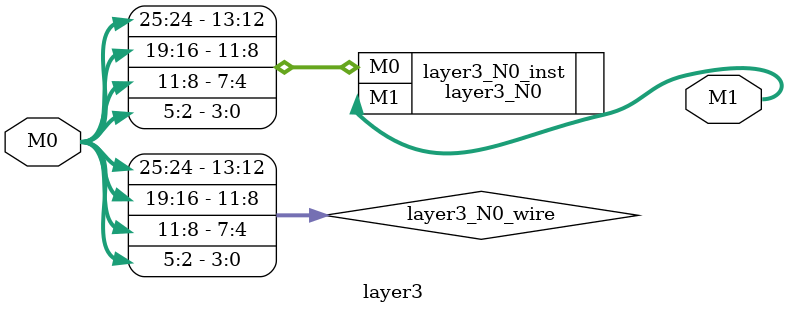
<source format=v>
module layer3 (input [29:0] M0, output [1:0] M1);

wire [13:0] layer3_N0_wire = {M0[25], M0[24], M0[19], M0[18], M0[17], M0[16], M0[11], M0[10], M0[9], M0[8], M0[5], M0[4], M0[3], M0[2]};
layer3_N0 layer3_N0_inst (.M0(layer3_N0_wire), .M1(M1[1:0]));

endmodule
</source>
